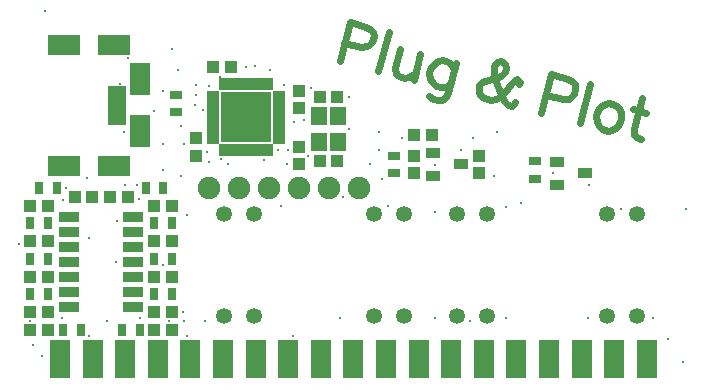
<source format=gts>
%FSLAX46Y46*%
%MOMM*%
%ADD10C,0.600000*%
%AMPS18*
1,1,1.350000,0.000000,0.000000*
%
%ADD18PS18*%
%AMPS17*
1,1,1.350000,0.000000,0.000000*
%
%ADD17PS17*%
%AMPS16*
1,1,1.900000,0.000000,0.000000*
%
%ADD16PS16*%
%AMPS35*
21,1,2.700000,1.700000,0.000000,0.000000,0.000000*
%
%ADD35PS35*%
%AMPS32*
21,1,2.700000,1.700000,0.000000,0.000000,90.000000*
%
%ADD32PS32*%
%AMPS34*
21,1,2.700000,1.700000,0.000000,0.000000,180.000000*
%
%ADD34PS34*%
%AMPS31*
21,1,2.700000,1.700000,0.000000,0.000000,270.000000*
%
%ADD31PS31*%
%AMPS27*
21,1,0.500000,0.950000,0.000000,0.000000,0.000000*
%
%ADD27PS27*%
%AMPS28*
21,1,0.500000,0.950000,0.000000,0.000000,90.000000*
%
%ADD28PS28*%
%AMPS26*
21,1,0.500000,0.950000,0.000000,0.000000,180.000000*
%
%ADD26PS26*%
%AMPS29*
21,1,0.500000,0.950000,0.000000,0.000000,270.000000*
%
%ADD29PS29*%
%AMPS22*
21,1,0.800000,1.700000,0.000000,0.000000,90.000000*
%
%ADD22PS22*%
%AMPS21*
21,1,0.800000,1.700000,0.000000,0.000000,270.000000*
%
%ADD21PS21*%
%AMPS15*
21,1,1.000000,0.950000,0.000000,0.000000,0.000000*
%
%ADD15PS15*%
%AMPS23*
21,1,1.000000,0.950000,0.000000,0.000000,90.000000*
%
%ADD23PS23*%
%AMPS13*
21,1,1.000000,0.950000,0.000000,0.000000,180.000000*
%
%ADD13PS13*%
%AMPS14*
21,1,1.000000,0.950000,0.000000,0.000000,270.000000*
%
%ADD14PS14*%
%AMPS33*
21,1,1.450000,0.600000,0.000000,0.000000,0.000000*
%
%ADD33PS33*%
%AMPS20*
21,1,0.900000,1.200000,0.000000,0.000000,90.000000*
%
%ADD20PS20*%
%AMPS30*
21,1,4.300000,4.300000,0.000000,0.000000,180.000000*
%
%ADD30PS30*%
%AMPS24*
21,1,1.600000,1.400000,0.000000,0.000000,90.000000*
%
%ADD24PS24*%
%AMPS19*
21,1,0.700000,1.100000,0.000000,0.000000,0.000000*
%
%ADD19PS19*%
%AMPS12*
21,1,0.700000,1.100000,0.000000,0.000000,90.000000*
%
%ADD12PS12*%
%AMPS11*
21,1,0.700000,1.100000,0.000000,0.000000,180.000000*
%
%ADD11PS11*%
%AMPS36*
1,1,0.300000,0.000000,0.000000*
%
%ADD36PS36*%
%AMPS25*
21,1,3.200000,1.700000,0.000000,0.000000,90.000000*
%
%ADD25PS25*%
G01*
G01*
%LPD*%
D10*
X28181424Y26747142D02*
X29032828Y30038814D01*
D10*
X30443544Y29673928D02*
X29032828Y30038814D01*
D10*
X30873240Y29395552D02*
X30443544Y29673928D01*
D10*
X30989444Y29198262D02*
X30873240Y29395552D01*
D10*
X31065104Y28844226D02*
X30989444Y29198262D01*
D10*
X30943476Y28373988D02*
X31065104Y28844226D01*
D10*
X30705644Y28101038D02*
X30943476Y28373988D01*
D10*
X30508352Y27984834D02*
X30705644Y28101038D01*
D10*
X29997572Y27949718D02*
X30508352Y27984834D01*
D10*
X28586856Y28314604D02*
X29997572Y27949718D01*
D10*
X31473098Y25895736D02*
X32324502Y29187410D01*
D10*
X32889240Y26198378D02*
X33294670Y27765842D01*
D10*
X32924356Y25687596D02*
X32889240Y26198378D01*
D10*
X33197306Y25449764D02*
X32924356Y25687596D01*
D10*
X33667544Y25328134D02*
X33197306Y25449764D01*
D10*
X34021584Y25403794D02*
X33667544Y25328134D01*
D10*
X34613448Y25752404D02*
X34021584Y25403794D01*
D10*
X34451280Y25125420D02*
X35018880Y27319868D01*
D10*
X37348368Y24041608D02*
X37997060Y26549550D01*
D10*
X37069996Y23611912D02*
X37348368Y24041608D01*
D10*
X36872708Y23495708D02*
X37069996Y23611912D01*
D10*
X36518672Y23420048D02*
X36872708Y23495708D01*
D10*
X36048432Y23541678D02*
X36518672Y23420048D01*
D10*
X35775480Y23779510D02*
X36048432Y23541678D01*
D10*
X37643024Y26473888D02*
X37875432Y26079312D01*
D10*
X37370076Y26711722D02*
X37643024Y26473888D01*
D10*
X36899836Y26833352D02*
X37370076Y26711722D01*
D10*
X36545800Y26757692D02*
X36899836Y26833352D01*
D10*
X36151224Y26525284D02*
X36545800Y26757692D01*
D10*
X35872848Y26095588D02*
X36151224Y26525284D01*
D10*
X35791760Y25782096D02*
X35872848Y26095588D01*
D10*
X35826876Y25271314D02*
X35791760Y25782096D01*
D10*
X36059284Y24876734D02*
X35826876Y25271314D01*
D10*
X36332232Y24638902D02*
X36059284Y24876734D01*
D10*
X36802472Y24517274D02*
X36332232Y24638902D01*
D10*
X37156508Y24592934D02*
X36802472Y24517274D01*
D10*
X37551088Y24825340D02*
X37156508Y24592934D01*
D10*
X43442640Y24973796D02*
X43402096Y24817050D01*
D10*
X43326436Y25171086D02*
X43442640Y24973796D01*
D10*
X43169688Y25211628D02*
X43326436Y25171086D01*
D10*
X42972400Y25095426D02*
X43169688Y25211628D01*
D10*
X42734568Y24822476D02*
X42972400Y25095426D01*
D10*
X42218360Y24119830D02*
X42734568Y24822476D01*
D10*
X41783240Y23730678D02*
X42218360Y24119830D01*
D10*
X41388660Y23498270D02*
X41783240Y23730678D01*
D10*
X41034624Y23422610D02*
X41388660Y23498270D01*
D10*
X40407640Y23584782D02*
X41034624Y23422610D01*
D10*
X40134688Y23822616D02*
X40407640Y23584782D01*
D10*
X40018484Y24019904D02*
X40134688Y23822616D01*
D10*
X39942824Y24373940D02*
X40018484Y24019904D01*
D10*
X40023912Y24687432D02*
X39942824Y24373940D01*
D10*
X40261744Y24960382D02*
X40023912Y24687432D01*
D10*
X40459032Y25076586D02*
X40261744Y24960382D01*
D10*
X41718432Y25419770D02*
X40459032Y25076586D01*
D10*
X41915720Y25535974D02*
X41718432Y25419770D01*
D10*
X42153552Y25808922D02*
X41915720Y25535974D01*
D10*
X42234640Y26122416D02*
X42153552Y25808922D01*
D10*
X42158976Y26476452D02*
X42234640Y26122416D01*
D10*
X41886028Y26714284D02*
X42158976Y26476452D01*
D10*
X41531992Y26638624D02*
X41886028Y26714284D01*
D10*
X41294160Y26365674D02*
X41531992Y26638624D01*
D10*
X41213072Y26052180D02*
X41294160Y26365674D01*
D10*
X41248192Y25541400D02*
X41213072Y26052180D01*
D10*
X41440056Y24990074D02*
X41248192Y25541400D01*
D10*
X41939984Y23690134D02*
X41440056Y24990074D01*
D10*
X42172392Y23295556D02*
X41939984Y23690134D01*
D10*
X42445340Y23057724D02*
X42172392Y23295556D01*
D10*
X42758832Y22976636D02*
X42445340Y23057724D01*
D10*
X42956124Y23092840D02*
X42758832Y22976636D01*
D10*
X42996664Y23249586D02*
X42956124Y23092840D01*
D10*
X45266776Y22327948D02*
X46118180Y25619620D01*
D10*
X47528896Y25254734D02*
X46118180Y25619620D01*
D10*
X47958592Y24976358D02*
X47528896Y25254734D01*
D10*
X48074796Y24779068D02*
X47958592Y24976358D01*
D10*
X48150456Y24425032D02*
X48074796Y24779068D01*
D10*
X48028828Y23954794D02*
X48150456Y24425032D01*
D10*
X47790992Y23681844D02*
X48028828Y23954794D01*
D10*
X47593704Y23565640D02*
X47790992Y23681844D01*
D10*
X47082920Y23530524D02*
X47593704Y23565640D01*
D10*
X45672204Y23895412D02*
X47082920Y23530524D01*
D10*
X48558448Y21476544D02*
X49409852Y24768216D01*
D10*
X50652972Y23108816D02*
X51007008Y23184476D01*
D10*
X50258392Y22876408D02*
X50652972Y23108816D01*
D10*
X49980016Y22446712D02*
X50258392Y22876408D01*
D10*
X49898932Y22133220D02*
X49980016Y22446712D01*
D10*
X49934048Y21622438D02*
X49898932Y22133220D01*
D10*
X50166456Y21227860D02*
X49934048Y21622438D01*
D10*
X50439404Y20990028D02*
X50166456Y21227860D01*
D10*
X50909644Y20868398D02*
X50439404Y20990028D01*
D10*
X51263680Y20944058D02*
X50909644Y20868398D01*
D10*
X51658256Y21176464D02*
X51263680Y20944058D01*
D10*
X51936632Y21606160D02*
X51658256Y21176464D01*
D10*
X52017720Y21919654D02*
X51936632Y21606160D01*
D10*
X51982600Y22430436D02*
X52017720Y21919654D01*
D10*
X51750196Y22825014D02*
X51982600Y22430436D01*
D10*
X51477244Y23062846D02*
X51750196Y22825014D01*
D10*
X51007008Y23184476D02*
X51477244Y23062846D01*
D10*
X53109516Y20968324D02*
X53798748Y23633012D01*
D10*
X53144636Y20457542D02*
X53109516Y20968324D01*
D10*
X53417584Y20219708D02*
X53144636Y20457542D01*
D10*
X53731076Y20138622D02*
X53417584Y20219708D01*
D10*
X54141932Y22373614D02*
X53044708Y22657416D01*
G75*
D11*
X6250000Y4000000D03*
D11*
X4750000Y4000000D03*
D11*
X14000000Y13000000D03*
D11*
X12500000Y13000000D03*
D12*
X32750000Y17250000D03*
D12*
X32750000Y18750000D03*
D13*
X12500000Y4000000D03*
D13*
X14000000Y4000000D03*
D14*
X24750000Y22750000D03*
D14*
X24750000Y24250000D03*
D15*
X14000000Y14500000D03*
D15*
X12500000Y14500000D03*
D13*
X5750000Y15250000D03*
D13*
X7250000Y15250000D03*
D16*
X22230000Y16000000D03*
D16*
X29850000Y16000000D03*
D16*
X27310000Y16000000D03*
D16*
X19690000Y16000000D03*
D16*
X24770000Y16000000D03*
D16*
X17150000Y16000000D03*
D12*
X14350000Y22400000D03*
D12*
X14350000Y23900000D03*
D13*
X2000000Y14500000D03*
D13*
X3500000Y14500000D03*
D17*
X40670000Y13800000D03*
D17*
X53370000Y13800000D03*
D18*
X50830000Y5200000D03*
D17*
X38130000Y13800000D03*
D17*
X50830000Y13800000D03*
D18*
X53370000Y5200000D03*
D18*
X38130000Y5200000D03*
D18*
X40670000Y5200000D03*
D11*
X4250000Y16000000D03*
D11*
X2750000Y16000000D03*
D14*
X40000000Y17250000D03*
D14*
X40000000Y18750000D03*
D19*
X2000000Y13000000D03*
D19*
X3500000Y13000000D03*
D15*
X19000000Y26250000D03*
D15*
X17500000Y26250000D03*
D15*
X28000000Y23750000D03*
D15*
X26500000Y23750000D03*
D19*
X12500000Y10000000D03*
D19*
X14000000Y10000000D03*
D15*
X14000000Y11500000D03*
D15*
X12500000Y11500000D03*
D11*
X14000000Y7000000D03*
D11*
X12500000Y7000000D03*
D13*
X2000000Y5500000D03*
D13*
X3500000Y5500000D03*
D13*
X34500000Y20500000D03*
D13*
X36000000Y20500000D03*
D20*
X48950000Y17250000D03*
D20*
X46550000Y18200000D03*
D20*
X46550000Y16300000D03*
D21*
X5300000Y8480000D03*
D21*
X5300000Y11020000D03*
D22*
X10700000Y8480000D03*
D21*
X5300000Y13560000D03*
D22*
X10700000Y7210000D03*
D22*
X10700000Y9750000D03*
D21*
X5300000Y7210000D03*
D22*
X10700000Y11020000D03*
D21*
X5300000Y9750000D03*
D22*
X10700000Y13560000D03*
D22*
X10700000Y12290000D03*
D21*
X5300000Y12290000D03*
D21*
X5300000Y5940000D03*
D22*
X10700000Y5940000D03*
D19*
X2000000Y7000000D03*
D19*
X3500000Y7000000D03*
D15*
X10250000Y15250000D03*
D15*
X8750000Y15250000D03*
D23*
X34500000Y18750000D03*
D23*
X34500000Y17250000D03*
D17*
X20920000Y13800000D03*
D17*
X33620000Y13800000D03*
D18*
X31080000Y5200000D03*
D17*
X18380000Y13800000D03*
D17*
X31080000Y13800000D03*
D18*
X33620000Y5200000D03*
D18*
X18380000Y5200000D03*
D18*
X20920000Y5200000D03*
D24*
X26450000Y22100000D03*
D24*
X26450000Y19900000D03*
D24*
X28050000Y19900000D03*
D24*
X28050000Y22100000D03*
D13*
X2000000Y11500000D03*
D13*
X3500000Y11500000D03*
D25*
X7270000Y1500000D03*
D25*
X15550000Y1500000D03*
D25*
X37630000Y1500000D03*
D25*
X45910000Y1500000D03*
D25*
X26590000Y1500000D03*
D25*
X43150000Y1500000D03*
D25*
X18310000Y1500000D03*
D25*
X29350000Y1500000D03*
D25*
X40390000Y1500000D03*
D25*
X4510000Y1500000D03*
D25*
X54190000Y1500000D03*
D25*
X12790000Y1500000D03*
D25*
X21070000Y1500000D03*
D25*
X32110000Y1500000D03*
D25*
X48670000Y1500000D03*
D25*
X34870000Y1500000D03*
D25*
X51430000Y1500000D03*
D25*
X23830000Y1500000D03*
D25*
X10030000Y1500000D03*
D26*
X19250000Y24775000D03*
D27*
X20250000Y19225000D03*
D28*
X23025000Y24000000D03*
D27*
X20750000Y19225000D03*
D27*
X21250000Y19225000D03*
D26*
X18250000Y24775000D03*
D27*
X21750000Y19225000D03*
D27*
X22250000Y19225000D03*
D26*
X21250000Y24775000D03*
D29*
X17475000Y22500000D03*
D27*
X19250000Y19225000D03*
D26*
X21750000Y24775000D03*
D28*
X23025000Y23500000D03*
D29*
X17475000Y22000000D03*
D26*
X20250000Y24775000D03*
D28*
X23025000Y22000000D03*
D28*
X23025000Y21500000D03*
D28*
X23025000Y22500000D03*
D26*
X20750000Y24775000D03*
D28*
X23025000Y20000000D03*
D29*
X17475000Y21500000D03*
D27*
X19750000Y19225000D03*
D29*
X17475000Y24000000D03*
D26*
X22250000Y24775000D03*
D26*
X19750000Y24775000D03*
D28*
X23025000Y23000000D03*
D29*
X17475000Y23000000D03*
D29*
X17475000Y20000000D03*
D29*
X17475000Y20500000D03*
D26*
X18750000Y24775000D03*
D28*
X23025000Y20500000D03*
D27*
X18250000Y19225000D03*
D29*
X17475000Y21000000D03*
D28*
X23025000Y21000000D03*
D30*
X20250000Y22000000D03*
D29*
X17475000Y23500000D03*
D27*
X18750000Y19225000D03*
D31*
X11250000Y25200000D03*
D32*
X11250000Y20800000D03*
D33*
X9375000Y22350000D03*
D34*
X9050000Y17850000D03*
D35*
X4850000Y28150000D03*
D33*
X9375000Y24300000D03*
D34*
X4850000Y17850000D03*
D35*
X9050000Y28150000D03*
D33*
X9375000Y23000000D03*
D33*
X9375000Y21700000D03*
D33*
X9375000Y23650000D03*
D15*
X3500000Y4000000D03*
D15*
X2000000Y4000000D03*
D13*
X26500000Y18250000D03*
D13*
X28000000Y18250000D03*
D20*
X38450000Y18000000D03*
D20*
X36050000Y18950000D03*
D20*
X36050000Y17050000D03*
D19*
X11750000Y16000000D03*
D19*
X13250000Y16000000D03*
D12*
X44750000Y16750000D03*
D12*
X44750000Y18250000D03*
D15*
X14000000Y5500000D03*
D15*
X12500000Y5500000D03*
D19*
X9750000Y4000000D03*
D19*
X11250000Y4000000D03*
D23*
X16000000Y20250000D03*
D23*
X16000000Y18750000D03*
D15*
X14000000Y8500000D03*
D15*
X12500000Y8500000D03*
D13*
X2000000Y8500000D03*
D13*
X3500000Y8500000D03*
D11*
X3500000Y10000000D03*
D11*
X2000000Y10000000D03*
D14*
X24750000Y18000000D03*
D14*
X24750000Y19500000D03*
D36*
X21750000Y18340010D03*
D36*
X11000000Y16250000D03*
D36*
X23750000Y18000000D03*
D36*
X18750000Y18000000D03*
D36*
X7000000Y11750000D03*
D36*
X13250000Y24250000D03*
D36*
X57250000Y1250000D03*
D36*
X28250000Y5000000D03*
D36*
X31750000Y16750000D03*
D36*
X31500000Y19250000D03*
D36*
X15250000Y13750000D03*
D36*
X24340010Y21615739D03*
D36*
X12500000Y22500000D03*
D36*
X23250000Y14500000D03*
D36*
X18100339Y18483797D03*
D36*
X2000000Y4750000D03*
D36*
X41250000Y17000000D03*
D36*
X32250000Y14500000D03*
D36*
X29000000Y23750000D03*
D36*
X15000000Y19750000D03*
D36*
X17084512Y24621511D03*
D36*
X16595258Y22568670D03*
D36*
X11207799Y15042201D03*
D36*
X25133849Y21776795D03*
D36*
X1000000Y11250000D03*
D36*
X14500000Y25960002D03*
D36*
X10250000Y27000000D03*
D36*
X28500000Y15250000D03*
D36*
X25500000Y18750000D03*
D36*
X3250000Y31000000D03*
D36*
X36250000Y14000000D03*
D36*
X46250000Y17250000D03*
D36*
X54750000Y5000000D03*
D36*
X10025000Y16250000D03*
D36*
X36250000Y17975000D03*
D36*
X43500000Y14750000D03*
D36*
X14000000Y27750000D03*
D36*
X31500000Y20750000D03*
D36*
X3000000Y1750000D03*
D36*
X33500000Y20250000D03*
D36*
X29000000Y21000000D03*
D36*
X42250000Y14390010D03*
D36*
X52000000Y14250000D03*
D36*
X6765491Y16840010D03*
D36*
X22250000Y26000000D03*
D36*
X11250000Y5000000D03*
D36*
X49250000Y5000000D03*
D36*
X14750000Y17000000D03*
D36*
X22991073Y19258936D03*
D36*
X13250000Y17500000D03*
D36*
X16004538Y23869670D03*
D36*
X30750000Y18000000D03*
D36*
X23809985Y19243446D03*
D36*
X9590010Y24848764D03*
D36*
X5000000Y16000000D03*
D36*
X16973621Y19012043D03*
D36*
X16750000Y4750000D03*
D36*
X15250000Y3500000D03*
D36*
X20222952Y26260010D03*
D36*
X14750000Y21250000D03*
D36*
X9960020Y20736423D03*
D36*
X56000000Y3250000D03*
D36*
X25750000Y24500000D03*
D36*
X21031734Y26304642D03*
D36*
X18031408Y25382218D03*
D36*
X2250000Y2750000D03*
D36*
X7000000Y3500000D03*
D36*
X39500000Y20250000D03*
D36*
X36250000Y5000000D03*
D36*
X41500000Y20750000D03*
D36*
X13250000Y19750000D03*
D36*
X15000000Y4750000D03*
D36*
X13750000Y4750000D03*
D36*
X24250000Y3500000D03*
D36*
X9250000Y9750000D03*
D36*
X15952793Y23061982D03*
D36*
X13250000Y9500000D03*
D36*
X9350000Y13200000D03*
D36*
X49276763Y16250009D03*
D36*
X42250000Y5000000D03*
D36*
X39250000Y4750000D03*
D36*
X38500000Y19250000D03*
D36*
X4710000Y5003416D03*
D36*
X4750000Y15000000D03*
D36*
X57500000Y14250000D03*
D36*
X16000000Y24750000D03*
D36*
X17136203Y18198021D03*
D36*
X14925000Y5525000D03*
D36*
X8500000Y4750000D03*
D36*
X23500000Y24750000D03*
M02*

</source>
